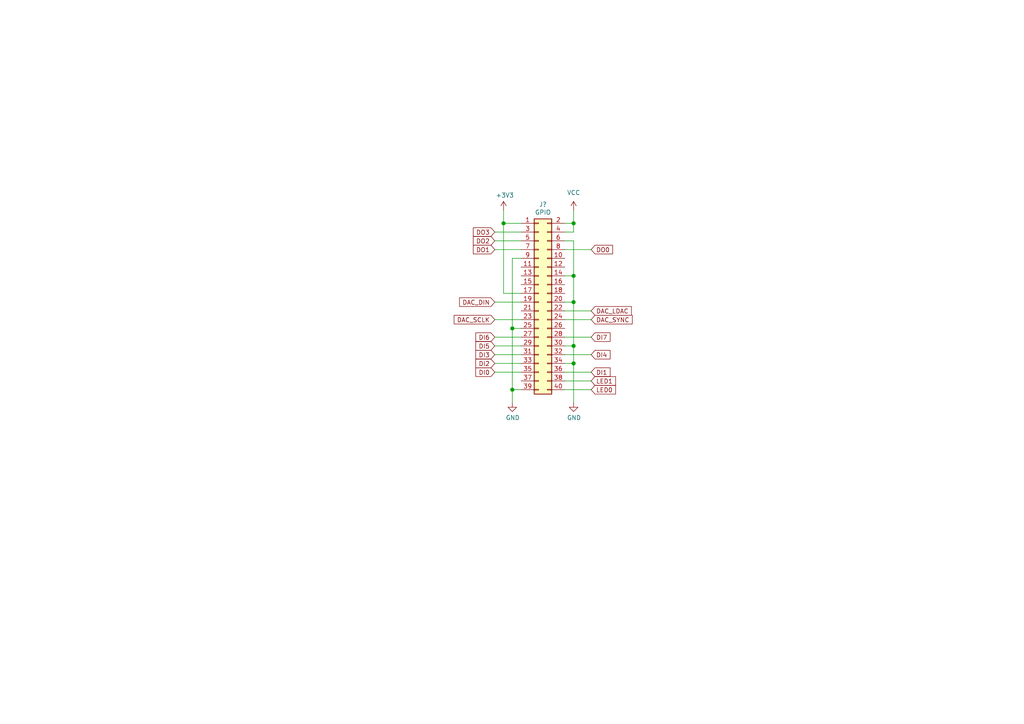
<source format=kicad_sch>
(kicad_sch (version 20250114) (generator "eeschema") (generator_version "9.0")
  (paper "A4")
  (lib_symbols
    (symbol "Connector_Generic:Conn_02x20_Odd_Even" (pin_names (offset 1.016) (hide yes))
      (property "Reference" "J" (at 1.27 25.4 0))
      (property "Value" "Conn_02x20_Odd_Even" (at 1.27 -27.94 0))
      (symbol "Conn_02x20_Odd_Even_1_1"
        (rectangle (start -1.27 24.13) (end 3.81 -26.67) (stroke (width 0.254)) (fill (type background)))
        (rectangle (start -1.27 22.987) (end 0 22.733) (stroke (width 0.1524)))
        (rectangle (start -1.27 20.447) (end 0 20.193) (stroke (width 0.1524)))
        (rectangle (start -1.27 17.907) (end 0 17.653) (stroke (width 0.1524)))
        (rectangle (start -1.27 15.367) (end 0 15.113) (stroke (width 0.1524)))
        (rectangle (start -1.27 12.827) (end 0 12.573) (stroke (width 0.1524)))
        (rectangle (start -1.27 10.287) (end 0 10.033) (stroke (width 0.1524)))
        (rectangle (start -1.27 7.747) (end 0 7.493) (stroke (width 0.1524)))
        (rectangle (start -1.27 5.207) (end 0 4.953) (stroke (width 0.1524)))
        (rectangle (start -1.27 2.667) (end 0 2.413) (stroke (width 0.1524)))
        (rectangle (start -1.27 0.127) (end 0 -0.127) (stroke (width 0.1524)))
        (rectangle (start -1.27 -2.413) (end 0 -2.667) (stroke (width 0.1524)))
        (rectangle (start -1.27 -4.953) (end 0 -5.207) (stroke (width 0.1524)))
        (rectangle (start -1.27 -7.493) (end 0 -7.747) (stroke (width 0.1524)))
        (rectangle (start -1.27 -10.033) (end 0 -10.287) (stroke (width 0.1524)))
        (rectangle (start -1.27 -12.573) (end 0 -12.827) (stroke (width 0.1524)))
        (rectangle (start -1.27 -15.113) (end 0 -15.367) (stroke (width 0.1524)))
        (rectangle (start -1.27 -17.653) (end 0 -17.907) (stroke (width 0.1524)))
        (rectangle (start -1.27 -20.193) (end 0 -20.447) (stroke (width 0.1524)))
        (rectangle (start -1.27 -22.733) (end 0 -22.987) (stroke (width 0.1524)))
        (rectangle (start -1.27 -25.273) (end 0 -25.527) (stroke (width 0.1524)))
        (rectangle (start 3.81 22.987) (end 2.54 22.733) (stroke (width 0.1524)))
        (rectangle (start 3.81 20.447) (end 2.54 20.193) (stroke (width 0.1524)))
        (rectangle (start 3.81 17.907) (end 2.54 17.653) (stroke (width 0.1524)))
        (rectangle (start 3.81 15.367) (end 2.54 15.113) (stroke (width 0.1524)))
        (rectangle (start 3.81 12.827) (end 2.54 12.573) (stroke (width 0.1524)))
        (rectangle (start 3.81 10.287) (end 2.54 10.033) (stroke (width 0.1524)))
        (rectangle (start 3.81 7.747) (end 2.54 7.493) (stroke (width 0.1524)))
        (rectangle (start 3.81 5.207) (end 2.54 4.953) (stroke (width 0.1524)))
        (rectangle (start 3.81 2.667) (end 2.54 2.413) (stroke (width 0.1524)))
        (rectangle (start 3.81 0.127) (end 2.54 -0.127) (stroke (width 0.1524)))
        (rectangle (start 3.81 -2.413) (end 2.54 -2.667) (stroke (width 0.1524)))
        (rectangle (start 3.81 -4.953) (end 2.54 -5.207) (stroke (width 0.1524)))
        (rectangle (start 3.81 -7.493) (end 2.54 -7.747) (stroke (width 0.1524)))
        (rectangle (start 3.81 -10.033) (end 2.54 -10.287) (stroke (width 0.1524)))
        (rectangle (start 3.81 -12.573) (end 2.54 -12.827) (stroke (width 0.1524)))
        (rectangle (start 3.81 -15.113) (end 2.54 -15.367) (stroke (width 0.1524)))
        (rectangle (start 3.81 -17.653) (end 2.54 -17.907) (stroke (width 0.1524)))
        (rectangle (start 3.81 -20.193) (end 2.54 -20.447) (stroke (width 0.1524)))
        (rectangle (start 3.81 -22.733) (end 2.54 -22.987) (stroke (width 0.1524)))
        (rectangle (start 3.81 -25.273) (end 2.54 -25.527) (stroke (width 0.1524)))
        (pin passive line (at -5.08 22.86 0) (length 3.81) (name "Pin_1") (number "1"))
        (pin passive line (at -5.08 20.32 0) (length 3.81) (name "Pin_3") (number "3"))
        (pin passive line (at -5.08 17.78 0) (length 3.81) (name "Pin_5") (number "5"))
        (pin passive line (at -5.08 15.24 0) (length 3.81) (name "Pin_7") (number "7"))
        (pin passive line (at -5.08 12.7 0) (length 3.81) (name "Pin_9") (number "9"))
        (pin passive line (at -5.08 10.16 0) (length 3.81) (name "Pin_11") (number "11"))
        (pin passive line (at -5.08 7.62 0) (length 3.81) (name "Pin_13") (number "13"))
        (pin passive line (at -5.08 5.08 0) (length 3.81) (name "Pin_15") (number "15"))
        (pin passive line (at -5.08 2.54 0) (length 3.81) (name "Pin_17") (number "17"))
        (pin passive line (at -5.08 0 0) (length 3.81) (name "Pin_19") (number "19"))
        (pin passive line (at -5.08 -2.54 0) (length 3.81) (name "Pin_21") (number "21"))
        (pin passive line (at -5.08 -5.08 0) (length 3.81) (name "Pin_23") (number "23"))
        (pin passive line (at -5.08 -7.62 0) (length 3.81) (name "Pin_25") (number "25"))
        (pin passive line (at -5.08 -10.16 0) (length 3.81) (name "Pin_27") (number "27"))
        (pin passive line (at -5.08 -12.7 0) (length 3.81) (name "Pin_29") (number "29"))
        (pin passive line (at -5.08 -15.24 0) (length 3.81) (name "Pin_31") (number "31"))
        (pin passive line (at -5.08 -17.78 0) (length 3.81) (name "Pin_33") (number "33"))
        (pin passive line (at -5.08 -20.32 0) (length 3.81) (name "Pin_35") (number "35"))
        (pin passive line (at -5.08 -22.86 0) (length 3.81) (name "Pin_37") (number "37"))
        (pin passive line (at -5.08 -25.4 0) (length 3.81) (name "Pin_39") (number "39"))
        (pin passive line (at 7.62 22.86 180) (length 3.81) (name "Pin_2") (number "2"))
        (pin passive line (at 7.62 20.32 180) (length 3.81) (name "Pin_4") (number "4"))
        (pin passive line (at 7.62 17.78 180) (length 3.81) (name "Pin_6") (number "6"))
        (pin passive line (at 7.62 15.24 180) (length 3.81) (name "Pin_8") (number "8"))
        (pin passive line (at 7.62 12.7 180) (length 3.81) (name "Pin_10") (number "10"))
        (pin passive line (at 7.62 10.16 180) (length 3.81) (name "Pin_12") (number "12"))
        (pin passive line (at 7.62 7.62 180) (length 3.81) (name "Pin_14") (number "14"))
        (pin passive line (at 7.62 5.08 180) (length 3.81) (name "Pin_16") (number "16"))
        (pin passive line (at 7.62 2.54 180) (length 3.81) (name "Pin_18") (number "18"))
        (pin passive line (at 7.62 0 180) (length 3.81) (name "Pin_20") (number "20"))
        (pin passive line (at 7.62 -2.54 180) (length 3.81) (name "Pin_22") (number "22"))
        (pin passive line (at 7.62 -5.08 180) (length 3.81) (name "Pin_24") (number "24"))
        (pin passive line (at 7.62 -7.62 180) (length 3.81) (name "Pin_26") (number "26"))
        (pin passive line (at 7.62 -10.16 180) (length 3.81) (name "Pin_28") (number "28"))
        (pin passive line (at 7.62 -12.7 180) (length 3.81) (name "Pin_30") (number "30"))
        (pin passive line (at 7.62 -15.24 180) (length 3.81) (name "Pin_32") (number "32"))
        (pin passive line (at 7.62 -17.78 180) (length 3.81) (name "Pin_34") (number "34"))
        (pin passive line (at 7.62 -20.32 180) (length 3.81) (name "Pin_36") (number "36"))
        (pin passive line (at 7.62 -22.86 180) (length 3.81) (name "Pin_38") (number "38"))
        (pin passive line (at 7.62 -25.4 180) (length 3.81) (name "Pin_40") (number "40"))
      )
    )
    (symbol "power:+3.3V" (power) (pin_names (offset 0))
      (property "Value" "+3.3V" (at 0 3.556 0))
      (symbol "+3.3V_0_1"
        (polyline (pts (xy -0.762 1.27) (xy 0 2.54)))
        (polyline (pts (xy 0 2.54) (xy 0.762 1.27)))
        (polyline (pts (xy 0 0) (xy 0 2.54)))
      )
      (symbol "+3.3V_1_1"
        (pin power_in line (at 0 0 90) (length 0) (hide yes) (name "+3V3") (number "1"))
      )
    )
    (symbol "power:GND" (power) (pin_names (offset 0))
      (property "Value" "GND" (at 0 -3.81 0))
      (symbol "GND_0_1"
        (polyline (pts (xy 0 0) (xy 0 -1.27) (xy 1.27 -1.27) (xy 0 -2.54) (xy -1.27 -1.27) (xy 0 -1.27)))
      )
      (symbol "GND_1_1"
        (pin power_in line (at 0 0 270) (length 0) (hide yes) (name "GND") (number "1"))
      )
    )
    (symbol "power:VCC" (power) (pin_numbers (hide yes)) (pin_names (offset 0) (hide yes))
      (property "Value" "VCC" (at 0 3.556 0))
      (symbol "VCC_0_1"
        (polyline (pts (xy -0.762 1.27) (xy 0 2.54)))
        (polyline (pts (xy 0 2.54) (xy 0.762 1.27)))
        (polyline (pts (xy 0 0) (xy 0 2.54)))
      )
      (symbol "VCC_1_1"
        (pin power_in line (at 0 0 90) (length 0) (name "~") (number "1"))
      )
    )
  )
  (junction (at 146.05 64.77) (diameter 1.016))
  (junction (at 166.37 64.77) (diameter 1.016))
  (junction (at 166.37 100.33) (diameter 1.016))
  (junction (at 166.37 105.41) (diameter 1.016))
  (junction (at 166.37 80.01) (diameter 1.016))
  (junction (at 148.59 95.25) (diameter 1.016))
  (junction (at 166.37 87.63) (diameter 1.016))
  (junction (at 148.59 113.03) (diameter 1.016))
  (wire (pts (xy 148.59 95.25) (xy 148.59 113.03)))
  (wire (pts (xy 166.37 69.85) (xy 166.37 80.01)))
  (wire (pts (xy 143.51 107.95) (xy 151.13 107.95)))
  (wire (pts (xy 148.59 113.03) (xy 151.13 113.03)))
  (wire (pts (xy 166.37 64.77) (xy 163.83 64.77)))
  (wire (pts (xy 148.59 74.93) (xy 148.59 95.25)))
  (wire (pts (xy 146.05 64.77) (xy 151.13 64.77)))
  (wire (pts (xy 163.83 72.39) (xy 171.45 72.39)))
  (wire (pts (xy 166.37 60.96) (xy 166.37 64.77)))
  (wire (pts (xy 166.37 67.31) (xy 163.83 67.31)))
  (wire (pts (xy 143.51 92.71) (xy 151.13 92.71)))
  (wire (pts (xy 148.59 113.03) (xy 148.59 116.84)))
  (wire (pts (xy 166.37 87.63) (xy 163.83 87.63)))
  (wire (pts (xy 166.37 87.63) (xy 166.37 100.33)))
  (wire (pts (xy 143.51 102.87) (xy 151.13 102.87)))
  (wire (pts (xy 166.37 100.33) (xy 166.37 105.41)))
  (wire (pts (xy 143.51 67.31) (xy 151.13 67.31)))
  (wire (pts (xy 148.59 95.25) (xy 151.13 95.25)))
  (wire (pts (xy 163.83 92.71) (xy 171.45 92.71)))
  (wire (pts (xy 146.05 64.77) (xy 146.05 85.09)))
  (wire (pts (xy 166.37 69.85) (xy 163.83 69.85)))
  (wire (pts (xy 166.37 100.33) (xy 163.83 100.33)))
  (wire (pts (xy 163.83 107.95) (xy 171.45 107.95)))
  (wire (pts (xy 166.37 80.01) (xy 163.83 80.01)))
  (wire (pts (xy 163.83 102.87) (xy 171.45 102.87)))
  (wire (pts (xy 166.37 105.41) (xy 163.83 105.41)))
  (wire (pts (xy 166.37 80.01) (xy 166.37 87.63)))
  (wire (pts (xy 163.83 90.17) (xy 171.45 90.17)))
  (wire (pts (xy 143.51 105.41) (xy 151.13 105.41)))
  (wire (pts (xy 143.51 100.33) (xy 151.13 100.33)))
  (wire (pts (xy 143.51 97.79) (xy 151.13 97.79)))
  (wire (pts (xy 146.05 60.96) (xy 146.05 64.77)))
  (wire (pts (xy 143.51 87.63) (xy 151.13 87.63)))
  (wire (pts (xy 166.37 105.41) (xy 166.37 116.84)))
  (wire (pts (xy 143.51 69.85) (xy 151.13 69.85)))
  (wire (pts (xy 163.83 97.79) (xy 171.45 97.79)))
  (wire (pts (xy 163.83 113.03) (xy 171.45 113.03)))
  (wire (pts (xy 166.37 64.77) (xy 166.37 67.31)))
  (wire (pts (xy 146.05 85.09) (xy 151.13 85.09)))
  (wire (pts (xy 163.83 110.49) (xy 171.45 110.49)))
  (wire (pts (xy 148.59 74.93) (xy 151.13 74.93)))
  (wire (pts (xy 143.51 72.39) (xy 151.13 72.39)))
  (global_label "DO1" (shape input) (at 143.51 72.39 180) (property "Intersheetrefs" "${INTERSHEET_REFS}" (effects (hide yes))))
  (global_label "DI5" (shape input) (at 143.51 100.33 180) (property "Intersheetrefs" "${INTERSHEET_REFS}" (effects (hide yes))))
  (global_label "DI7" (shape input) (at 171.45 97.79 0) (property "Intersheetrefs" "${INTERSHEET_REFS}" (effects (hide yes))))
  (global_label "DO2" (shape input) (at 143.51 69.85 180) (property "Intersheetrefs" "${INTERSHEET_REFS}" (effects (hide yes))))
  (global_label "DI0" (shape input) (at 143.51 107.95 180) (property "Intersheetrefs" "${INTERSHEET_REFS}" (effects (hide yes))))
  (global_label "DO0" (shape input) (at 171.45 72.39 0) (property "Intersheetrefs" "${INTERSHEET_REFS}" (effects (hide yes))))
  (global_label "LED0" (shape input) (at 171.45 113.03 0) (property "Intersheetrefs" "${INTERSHEET_REFS}" (effects (hide yes))))
  (global_label "DAC_SYNC" (shape input) (at 171.45 92.71 0) (property "Intersheetrefs" "${INTERSHEET_REFS}" (effects (hide yes))))
  (global_label "DI6" (shape input) (at 143.51 97.79 180) (property "Intersheetrefs" "${INTERSHEET_REFS}" (effects (hide yes))))
  (global_label "DI2" (shape input) (at 143.51 105.41 180) (property "Intersheetrefs" "${INTERSHEET_REFS}" (effects (hide yes))))
  (global_label "DI3" (shape input) (at 143.51 102.87 180) (property "Intersheetrefs" "${INTERSHEET_REFS}" (effects (hide yes))))
  (global_label "DAC_LDAC" (shape input) (at 171.45 90.17 0) (property "Intersheetrefs" "${INTERSHEET_REFS}" (effects (hide yes))))
  (global_label "DI1" (shape input) (at 171.45 107.95 0) (property "Intersheetrefs" "${INTERSHEET_REFS}" (effects (hide yes))))
  (global_label "LED1" (shape input) (at 171.45 110.49 0) (property "Intersheetrefs" "${INTERSHEET_REFS}" (effects (hide yes))))
  (global_label "DAC_DIN" (shape input) (at 143.51 87.63 180) (property "Intersheetrefs" "${INTERSHEET_REFS}" (effects (hide yes))))
  (global_label "DI4" (shape input) (at 171.45 102.87 0) (property "Intersheetrefs" "${INTERSHEET_REFS}" (effects (hide yes))))
  (global_label "DAC_SCLK" (shape input) (at 143.51 92.71 180) (property "Intersheetrefs" "${INTERSHEET_REFS}" (effects (hide yes))))
  (global_label "DO3" (shape input) (at 143.51 67.31 180) (property "Intersheetrefs" "${INTERSHEET_REFS}" (effects (hide yes))))
  (symbol (lib_id "Connector_Generic:Conn_02x20_Odd_Even") (at 156.21 87.63 0) (unit 1)
    (property "Reference" "J?" (at 157.48 59.2898 0))
    (property "Value" "GPIO" (at 157.48 61.595 0))
    (property "Footprint" "Connector_PinSocket_2.54mm:PinSocket_2x20_P2.54mm_Vertical" (effects (hide yes)))
    (property "JLCPCB Part #" "C50982" (effects (hide yes)))
  )
  (symbol (lib_id "power:+3.3V") (at 146.05 60.96 0) (unit 1)
    (property "Reference" "#PWR?" (effects (hide yes)))
    (property "Value" "+3V3" (at 146.4183 56.6356 0))
  )
  (symbol (lib_id "power:GND") (at 148.59 116.84 0) (unit 1)
    (property "Reference" "#PWR?" (effects (hide yes)))
    (property "Value" "GND" (at 148.7043 121.1644 0))
  )
  (symbol (lib_id "power:VCC") (at 166.37 60.96 0) (unit 1)
    (property "Reference" "#PWR?" (effects (hide yes)))
    (property "Value" "VCC" (at 166.37 55.88 0))
    (property "Description" "Power symbol creates a global label with name \"VCC\"" (effects (hide yes)))
  )
  (symbol (lib_id "power:GND") (at 166.37 116.84 0) (unit 1)
    (property "Reference" "#PWR?" (effects (hide yes)))
    (property "Value" "GND" (at 166.4843 121.1644 0))
  )
)
</source>
